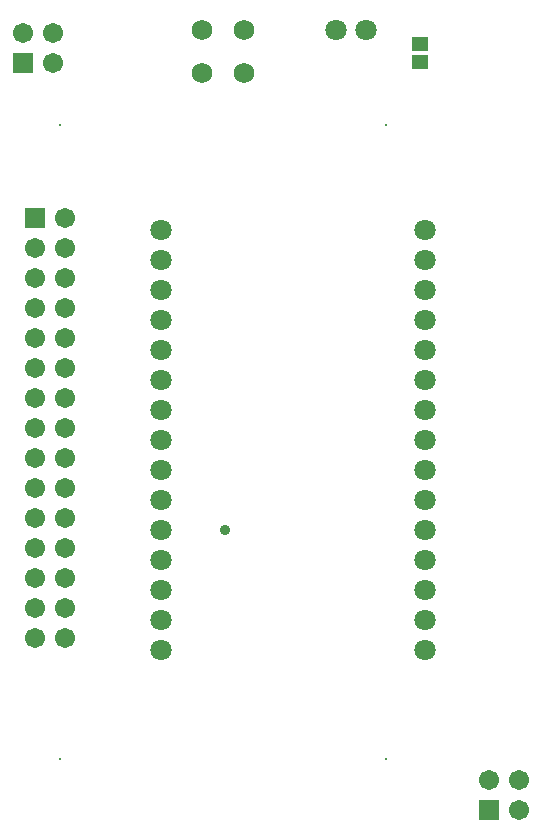
<source format=gts>
G04*
G04 #@! TF.GenerationSoftware,Altium Limited,CircuitStudio,1.5.1 (13)*
G04*
G04 Layer_Color=20142*
%FSLAX43Y43*%
%MOMM*%
G71*
G01*
G75*
%ADD25R,1.453X1.153*%
%ADD26C,0.203*%
%ADD27C,1.703*%
%ADD28R,1.703X1.703*%
%ADD29C,1.803*%
%ADD30R,1.703X1.703*%
%ADD31C,1.727*%
%ADD32C,0.903*%
D25*
X144907Y174971D02*
D03*
Y173421D02*
D03*
D26*
X114349Y114403D02*
D03*
X141949D02*
D03*
Y168103D02*
D03*
X114349D02*
D03*
D27*
X153289Y112649D02*
D03*
Y110109D02*
D03*
X150749Y112649D02*
D03*
X113792Y175847D02*
D03*
Y173307D02*
D03*
X111252Y175847D02*
D03*
X114808Y124690D02*
D03*
Y127230D02*
D03*
Y129770D02*
D03*
Y132310D02*
D03*
Y134850D02*
D03*
Y137390D02*
D03*
Y139930D02*
D03*
Y142470D02*
D03*
Y145010D02*
D03*
Y147550D02*
D03*
Y150090D02*
D03*
Y152630D02*
D03*
Y155170D02*
D03*
Y157710D02*
D03*
Y160250D02*
D03*
X112268Y124690D02*
D03*
Y127230D02*
D03*
Y129770D02*
D03*
Y132310D02*
D03*
Y134850D02*
D03*
Y137390D02*
D03*
Y139930D02*
D03*
Y142470D02*
D03*
Y145010D02*
D03*
Y147550D02*
D03*
Y150090D02*
D03*
Y152630D02*
D03*
Y155170D02*
D03*
Y157710D02*
D03*
D28*
X150749Y110109D02*
D03*
X111252Y173307D02*
D03*
D29*
X140335Y176101D02*
D03*
X137795D02*
D03*
X145257Y159234D02*
D03*
Y156694D02*
D03*
Y154154D02*
D03*
Y151614D02*
D03*
Y149074D02*
D03*
Y146534D02*
D03*
Y143994D02*
D03*
Y141454D02*
D03*
Y138914D02*
D03*
Y136374D02*
D03*
Y133834D02*
D03*
Y131294D02*
D03*
Y128754D02*
D03*
Y126214D02*
D03*
Y123674D02*
D03*
X122967Y159234D02*
D03*
Y156694D02*
D03*
Y154154D02*
D03*
Y151614D02*
D03*
Y149074D02*
D03*
Y146534D02*
D03*
Y143994D02*
D03*
Y141454D02*
D03*
Y138914D02*
D03*
Y136374D02*
D03*
Y133834D02*
D03*
Y131294D02*
D03*
Y128754D02*
D03*
Y126214D02*
D03*
Y123674D02*
D03*
D30*
X112268Y160250D02*
D03*
D31*
X130000Y172523D02*
D03*
X126400D02*
D03*
Y176123D02*
D03*
X130000D02*
D03*
D32*
X128373Y133834D02*
D03*
M02*

</source>
